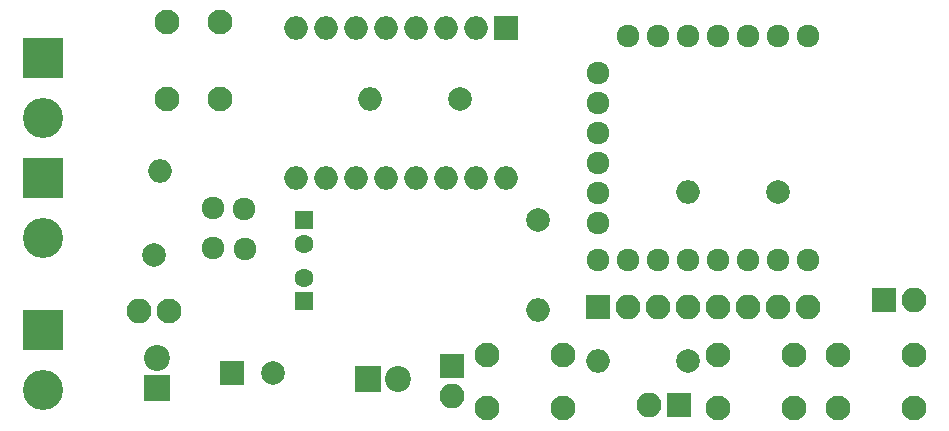
<source format=gbr>
G04 #@! TF.FileFunction,Soldermask,Bot*
%FSLAX46Y46*%
G04 Gerber Fmt 4.6, Leading zero omitted, Abs format (unit mm)*
G04 Created by KiCad (PCBNEW 4.0.6) date 09/21/17 18:01:10*
%MOMM*%
%LPD*%
G01*
G04 APERTURE LIST*
%ADD10C,0.100000*%
%ADD11R,2.000000X2.000000*%
%ADD12C,2.000000*%
%ADD13R,1.600000X1.600000*%
%ADD14C,1.600000*%
%ADD15R,2.200000X2.200000*%
%ADD16C,2.200000*%
%ADD17R,3.400000X3.400000*%
%ADD18C,3.400000*%
%ADD19O,2.000000X2.000000*%
%ADD20C,2.100000*%
%ADD21R,2.100000X2.100000*%
%ADD22O,2.100000X2.100000*%
%ADD23C,1.924000*%
G04 APERTURE END LIST*
D10*
D11*
X91948000Y-97790000D03*
D12*
X95448000Y-97790000D03*
D13*
X98107500Y-84836000D03*
D14*
X98107500Y-86836000D03*
D13*
X98107500Y-91694000D03*
D14*
X98107500Y-89694000D03*
D15*
X103505000Y-98298000D03*
D16*
X106045000Y-98298000D03*
D15*
X85598000Y-99060000D03*
D16*
X85598000Y-96520000D03*
D17*
X75946000Y-71120000D03*
D18*
X75946000Y-76200000D03*
D17*
X75946000Y-81280000D03*
D18*
X75946000Y-86360000D03*
D17*
X76009500Y-94170500D03*
D18*
X76009500Y-99250500D03*
D12*
X130556000Y-96774000D03*
D19*
X122936000Y-96774000D03*
D12*
X85407500Y-87757000D03*
D19*
X85852000Y-80708500D03*
D20*
X120038000Y-100766000D03*
X113538000Y-100766000D03*
X120038000Y-96266000D03*
X113538000Y-96266000D03*
X139596000Y-100766000D03*
X133096000Y-100766000D03*
X139596000Y-96266000D03*
X133096000Y-96266000D03*
X149756000Y-100766000D03*
X143256000Y-100766000D03*
X149756000Y-96266000D03*
X143256000Y-96266000D03*
X86432000Y-74572000D03*
X86432000Y-68072000D03*
X90932000Y-74572000D03*
X90932000Y-68072000D03*
D21*
X122936000Y-92202000D03*
D22*
X125476000Y-92202000D03*
X128016000Y-92202000D03*
X130556000Y-92202000D03*
X133096000Y-92202000D03*
X135636000Y-92202000D03*
X138176000Y-92202000D03*
X140716000Y-92202000D03*
D12*
X117856000Y-84836000D03*
D19*
X117856000Y-92456000D03*
D21*
X129794000Y-100457000D03*
D22*
X127254000Y-100457000D03*
D21*
X110617000Y-97155000D03*
D22*
X110617000Y-99695000D03*
D21*
X147193000Y-91567000D03*
D22*
X149733000Y-91567000D03*
D11*
X115214400Y-68554600D03*
D19*
X97434400Y-81254600D03*
X112674400Y-68554600D03*
X99974400Y-81254600D03*
X110134400Y-68554600D03*
X102514400Y-81254600D03*
X107594400Y-68554600D03*
X105054400Y-81254600D03*
X105054400Y-68554600D03*
X107594400Y-81254600D03*
X102514400Y-68554600D03*
X110134400Y-81254600D03*
X99974400Y-68554600D03*
X112674400Y-81254600D03*
X97434400Y-68554600D03*
X115214400Y-81254600D03*
D20*
X86622799Y-92506800D03*
D22*
X84082799Y-92506800D03*
D12*
X111252000Y-74612500D03*
D19*
X103632000Y-74612500D03*
D12*
X138176000Y-82423000D03*
D19*
X130556000Y-82423000D03*
D23*
X90360500Y-83820000D03*
X93027500Y-83883500D03*
X90360500Y-87185500D03*
X93091000Y-87249000D03*
X122936000Y-88204040D03*
X125476000Y-88204040D03*
X128016000Y-88204040D03*
X130556000Y-88204040D03*
X133096000Y-88204040D03*
X135636000Y-88204040D03*
X138176000Y-88204040D03*
X140716000Y-88204040D03*
X125476000Y-69281040D03*
X128016000Y-69281040D03*
X130556000Y-69281040D03*
X133096000Y-69281040D03*
X135636000Y-69281040D03*
X138176000Y-69281040D03*
X140716000Y-69281040D03*
X122936000Y-85090584D03*
X122936000Y-82550584D03*
X122936000Y-80010584D03*
X122936000Y-77470584D03*
X122936000Y-74930584D03*
X122936000Y-72390584D03*
M02*

</source>
